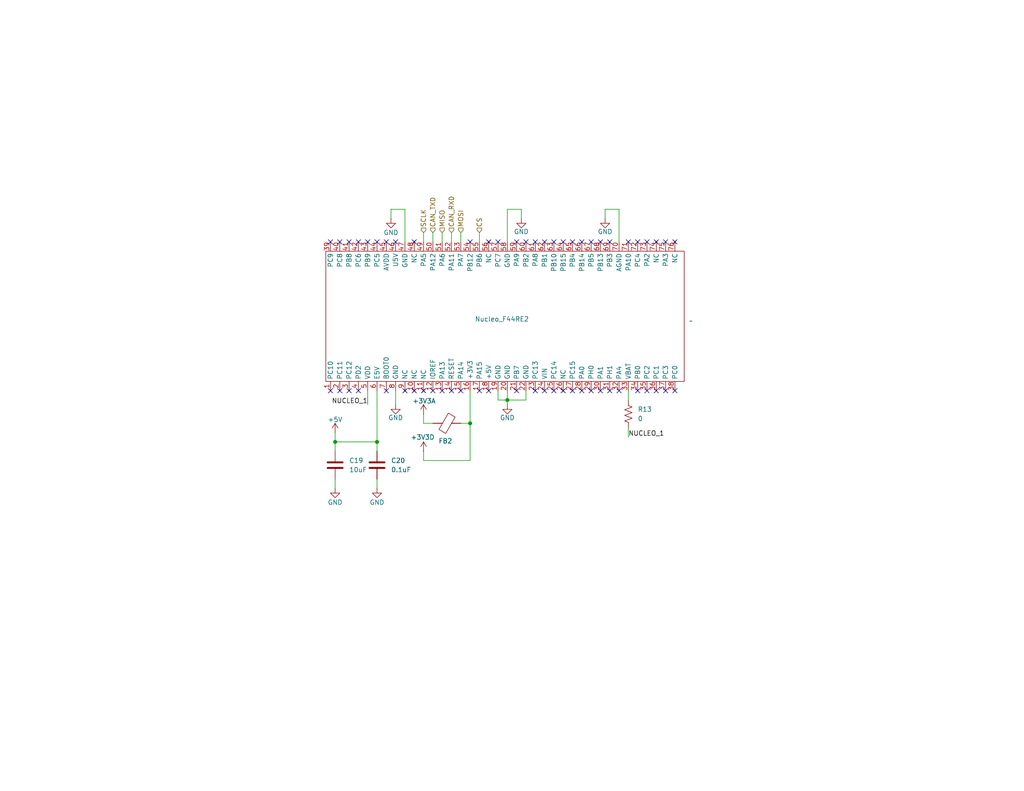
<source format=kicad_sch>
(kicad_sch (version 20250114) (generator "eeschema") (generator_version "9.0")
  (paper "USLetter")
  (title_block (title "Nucleo F446RE (Joule Meter)") (date "10/17/2025") (rev "10/17/2025") (company "by Sergio Gonzalez") (comment 1 "University of California, Los Angeles") (comment 2 "Bruin SuperMiliage Vehicle"))
  (lib_symbols
    (symbol "Device:C" (pin_numbers (hide yes)) (pin_names (offset 0.254))
      (property "Reference" "C" (at 0.635 2.54 0))
      (property "Value" "C" (at 0.635 -2.54 0))
      (symbol "C_0_1"
        (polyline (pts (xy -2.032 0.762) (xy 2.032 0.762)) (stroke (width 0.508)))
        (polyline (pts (xy -2.032 -0.762) (xy 2.032 -0.762)) (stroke (width 0.508)))
      )
      (symbol "C_1_1"
        (pin passive line (at 0 3.81 270) (length 2.794) (name "~") (number "1"))
        (pin passive line (at 0 -3.81 90) (length 2.794) (name "~") (number "2"))
      )
    )
    (symbol "Device:FerriteBead" (pin_numbers (hide yes)) (pin_names (offset 0))
      (property "Reference" "FB" (at -3.81 0.635 90))
      (property "Value" "FerriteBead" (at 3.81 0 90))
      (symbol "FerriteBead_0_1"
        (polyline (pts (xy -2.7686 0.4064) (xy -1.7018 2.2606) (xy 2.7686 -0.3048) (xy 1.6764 -2.159) (xy -2.7686 0.4064)))
        (polyline (pts (xy 0 1.27) (xy 0 1.2954)))
        (polyline (pts (xy 0 -1.27) (xy 0 -1.2192)))
      )
      (symbol "FerriteBead_1_1"
        (pin passive line (at 0 3.81 270) (length 2.54) (name "~") (number "1"))
        (pin passive line (at 0 -3.81 90) (length 2.54) (name "~") (number "2"))
      )
    )
    (symbol "Device:R_US" (pin_numbers (hide yes)) (pin_names (offset 0))
      (property "Reference" "R" (at 2.54 0 90))
      (property "Value" "R_US" (at -2.54 0 90))
      (symbol "R_US_0_1"
        (polyline (pts (xy 0 2.286) (xy 0 2.54)))
        (polyline (pts (xy 0 2.286) (xy 1.016 1.905) (xy 0 1.524) (xy -1.016 1.143) (xy 0 0.762)))
        (polyline (pts (xy 0 0.762) (xy 1.016 0.381) (xy 0 0) (xy -1.016 -0.381) (xy 0 -0.762)))
        (polyline (pts (xy 0 -0.762) (xy 1.016 -1.143) (xy 0 -1.524) (xy -1.016 -1.905) (xy 0 -2.286)))
        (polyline (pts (xy 0 -2.286) (xy 0 -2.54)))
      )
      (symbol "R_US_1_1"
        (pin passive line (at 0 3.81 270) (length 1.27) (name "~") (number "1"))
        (pin passive line (at 0 -3.81 90) (length 1.27) (name "~") (number "2"))
      )
    )
    (symbol "SMV_Custom:STM32_Nucleo_F446RE"
      (property "Reference" "U" (at 0 0 0))
      (symbol "STM32_Nucleo_F446RE_0_1"
        (rectangle (start -17.78 -1.27) (end 17.78 -99.06))
      )
      (symbol "STM32_Nucleo_F446RE_1_1"
        (pin bidirectional line (at -20.32 -2.54 0) (length 2.54) (name "PC10") (number "1"))
        (pin bidirectional line (at -20.32 -5.08 0) (length 2.54) (name "PC11") (number "2"))
        (pin bidirectional line (at -20.32 -7.62 0) (length 2.54) (name "PC12") (number "3"))
        (pin bidirectional line (at -20.32 -10.16 0) (length 2.54) (name "PD2") (number "4"))
        (pin power_in line (at -20.32 -12.7 0) (length 2.54) (name "VDD") (number "5"))
        (pin power_in line (at -20.32 -15.24 0) (length 2.54) (name "E5V") (number "6"))
        (pin input line (at -20.32 -17.78 0) (length 2.54) (name "BOOT0") (number "7"))
        (pin power_in line (at -20.32 -20.32 0) (length 2.54) (name "GND") (number "8"))
        (pin no_connect line (at -20.32 -22.86 0) (length 2.54) (name "NC") (number "9"))
        (pin no_connect line (at -20.32 -25.4 0) (length 2.54) (name "NC") (number "10"))
        (pin no_connect line (at -20.32 -27.94 0) (length 2.54) (name "NC") (number "11"))
        (pin input line (at -20.32 -30.48 0) (length 2.54) (name "IOREF") (number "12"))
        (pin bidirectional line (at -20.32 -33.02 0) (length 2.54) (name "PA13") (number "13"))
        (pin input line (at -20.32 -35.56 0) (length 2.54) (name "RESET") (number "14"))
        (pin bidirectional line (at -20.32 -38.1 0) (length 2.54) (name "PA14") (number "15"))
        (pin power_in line (at -20.32 -40.64 0) (length 2.54) (name "+3V3") (number "16"))
        (pin bidirectional line (at -20.32 -43.18 0) (length 2.54) (name "PA15") (number "17"))
        (pin power_in line (at -20.32 -45.72 0) (length 2.54) (name "+5V") (number "18"))
        (pin power_in line (at -20.32 -48.26 0) (length 2.54) (name "GND") (number "19"))
        (pin power_in line (at -20.32 -50.8 0) (length 2.54) (name "GND") (number "20"))
        (pin bidirectional line (at -20.32 -53.34 0) (length 2.54) (name "PB7") (number "21"))
        (pin power_in line (at -20.32 -55.88 0) (length 2.54) (name "GND") (number "22"))
        (pin bidirectional line (at -20.32 -58.42 0) (length 2.54) (name "PC13") (number "23"))
        (pin power_in line (at -20.32 -60.96 0) (length 2.54) (name "VIN") (number "24"))
        (pin bidirectional line (at -20.32 -63.5 0) (length 2.54) (name "PC14") (number "25"))
        (pin no_connect line (at -20.32 -66.04 0) (length 2.54) (name "NC") (number "26"))
        (pin bidirectional line (at -20.32 -68.58 0) (length 2.54) (name "PC15") (number "27"))
        (pin bidirectional line (at -20.32 -71.12 0) (length 2.54) (name "PA0") (number "28"))
        (pin bidirectional line (at -20.32 -73.66 0) (length 2.54) (name "PH0") (number "29"))
        (pin bidirectional line (at -20.32 -76.2 0) (length 2.54) (name "PA1") (number "30"))
        (pin bidirectional line (at -20.32 -78.74 0) (length 2.54) (name "PH1") (number "31"))
        (pin bidirectional line (at -20.32 -81.28 0) (length 2.54) (name "PA4") (number "32"))
        (pin power_in line (at -20.32 -83.82 0) (length 2.54) (name "VBAT") (number "33"))
        (pin bidirectional line (at -20.32 -86.36 0) (length 2.54) (name "PB0") (number "34"))
        (pin bidirectional line (at -20.32 -88.9 0) (length 2.54) (name "PC2") (number "35"))
        (pin bidirectional line (at -20.32 -91.44 0) (length 2.54) (name "PC1") (number "36"))
        (pin bidirectional line (at -20.32 -93.98 0) (length 2.54) (name "PC3") (number "37"))
        (pin bidirectional line (at -20.32 -96.52 0) (length 2.54) (name "PC0") (number "38"))
        (pin bidirectional line (at 20.32 -2.54 180) (length 2.54) (name "PC9") (number "39"))
        (pin bidirectional line (at 20.32 -5.08 180) (length 2.54) (name "PC8") (number "40"))
        (pin bidirectional line (at 20.32 -7.62 180) (length 2.54) (name "PB8") (number "41"))
        (pin bidirectional line (at 20.32 -10.16 180) (length 2.54) (name "PC6") (number "42"))
        (pin bidirectional line (at 20.32 -12.7 180) (length 2.54) (name "PB9") (number "43"))
        (pin bidirectional line (at 20.32 -15.24 180) (length 2.54) (name "PC5") (number "44"))
        (pin power_in line (at 20.32 -17.78 180) (length 2.54) (name "AVDD") (number "45"))
        (pin power_in line (at 20.32 -20.32 180) (length 2.54) (name "U5V") (number "46"))
        (pin power_in line (at 20.32 -22.86 180) (length 2.54) (name "GND") (number "47"))
        (pin no_connect line (at 20.32 -25.4 180) (length 2.54) (name "NC") (number "48"))
        (pin bidirectional line (at 20.32 -27.94 180) (length 2.54) (name "PA5") (number "49"))
        (pin bidirectional line (at 20.32 -30.48 180) (length 2.54) (name "PA12") (number "50"))
        (pin bidirectional line (at 20.32 -33.02 180) (length 2.54) (name "PA6") (number "51"))
        (pin bidirectional line (at 20.32 -35.56 180) (length 2.54) (name "PA11") (number "52"))
        (pin bidirectional line (at 20.32 -38.1 180) (length 2.54) (name "PA7") (number "53"))
        (pin bidirectional line (at 20.32 -40.64 180) (length 2.54) (name "PB12") (number "54"))
        (pin bidirectional line (at 20.32 -43.18 180) (length 2.54) (name "PB6") (number "55"))
        (pin no_connect line (at 20.32 -45.72 180) (length 2.54) (name "NC") (number "56"))
        (pin bidirectional line (at 20.32 -48.26 180) (length 2.54) (name "PC7") (number "57"))
        (pin power_in line (at 20.32 -50.8 180) (length 2.54) (name "GND") (number "58"))
        (pin bidirectional line (at 20.32 -53.34 180) (length 2.54) (name "PA9") (number "59"))
        (pin bidirectional line (at 20.32 -55.88 180) (length 2.54) (name "PB2") (number "60"))
        (pin bidirectional line (at 20.32 -58.42 180) (length 2.54) (name "PA8") (number "61"))
        (pin bidirectional line (at 20.32 -60.96 180) (length 2.54) (name "PB1") (number "62"))
        (pin bidirectional line (at 20.32 -63.5 180) (length 2.54) (name "PB10") (number "63"))
        (pin bidirectional line (at 20.32 -66.04 180) (length 2.54) (name "PB15") (number "64"))
        (pin bidirectional line (at 20.32 -68.58 180) (length 2.54) (name "PB4") (number "65"))
        (pin bidirectional line (at 20.32 -71.12 180) (length 2.54) (name "PB14") (number "66"))
        (pin bidirectional line (at 20.32 -73.66 180) (length 2.54) (name "PB5") (number "67"))
        (pin bidirectional line (at 20.32 -76.2 180) (length 2.54) (name "PB13") (number "68"))
        (pin bidirectional line (at 20.32 -78.74 180) (length 2.54) (name "PB3") (number "69"))
        (pin power_in line (at 20.32 -81.28 180) (length 2.54) (name "AGND") (number "70"))
        (pin bidirectional line (at 20.32 -83.82 180) (length 2.54) (name "PA10") (number "71"))
        (pin bidirectional line (at 20.32 -86.36 180) (length 2.54) (name "PC4") (number "72"))
        (pin bidirectional line (at 20.32 -88.9 180) (length 2.54) (name "PA2") (number "73"))
        (pin no_connect line (at 20.32 -91.44 180) (length 2.54) (name "NC") (number "74"))
        (pin bidirectional line (at 20.32 -93.98 180) (length 2.54) (name "PA3") (number "75"))
        (pin no_connect line (at 20.32 -96.52 180) (length 2.54) (name "NC") (number "76"))
      )
    )
    (symbol "power:+3.3V" (power) (pin_numbers (hide yes)) (pin_names (offset 0) (hide yes))
      (property "Value" "+3.3V" (at 0 3.556 0))
      (symbol "+3.3V_0_1"
        (polyline (pts (xy -0.762 1.27) (xy 0 2.54)))
        (polyline (pts (xy 0 2.54) (xy 0.762 1.27)))
        (polyline (pts (xy 0 0) (xy 0 2.54)))
      )
      (symbol "+3.3V_1_1"
        (pin power_in line (at 0 0 90) (length 0) (name "~") (number "1"))
      )
    )
    (symbol "power:+5V" (power) (pin_numbers (hide yes)) (pin_names (offset 0) (hide yes))
      (property "Value" "+5V" (at 0 3.556 0))
      (symbol "+5V_0_1"
        (polyline (pts (xy -0.762 1.27) (xy 0 2.54)))
        (polyline (pts (xy 0 2.54) (xy 0.762 1.27)))
        (polyline (pts (xy 0 0) (xy 0 2.54)))
      )
      (symbol "+5V_1_1"
        (pin power_in line (at 0 0 90) (length 0) (name "~") (number "1"))
      )
    )
    (symbol "power:GND" (power) (pin_numbers (hide yes)) (pin_names (offset 0) (hide yes))
      (property "Value" "GND" (at 0 -3.81 0))
      (symbol "GND_0_1"
        (polyline (pts (xy 0 0) (xy 0 -1.27) (xy 1.27 -1.27) (xy 0 -2.54) (xy -1.27 -1.27) (xy 0 -1.27)))
      )
      (symbol "GND_1_1"
        (pin power_in line (at 0 0 270) (length 0) (name "~") (number "1"))
      )
    )
  )
  (junction (at 128.27 115.57))
  (junction (at 91.44 120.65))
  (junction (at 102.87 120.65))
  (junction (at 138.43 109.22))
  (no_connect (at 166.37 66.04))
  (no_connect (at 184.15 106.68))
  (no_connect (at 110.49 106.68))
  (no_connect (at 156.21 106.68))
  (no_connect (at 97.79 66.04))
  (no_connect (at 95.25 106.68))
  (no_connect (at 133.35 66.04))
  (no_connect (at 173.99 66.04))
  (no_connect (at 123.19 106.68))
  (no_connect (at 102.87 66.04))
  (no_connect (at 163.83 106.68))
  (no_connect (at 90.17 106.68))
  (no_connect (at 105.41 106.68))
  (no_connect (at 148.59 66.04))
  (no_connect (at 100.33 66.04))
  (no_connect (at 92.71 66.04))
  (no_connect (at 120.65 106.68))
  (no_connect (at 125.73 106.68))
  (no_connect (at 113.03 66.04))
  (no_connect (at 151.13 106.68))
  (no_connect (at 173.99 106.68))
  (no_connect (at 168.91 106.68))
  (no_connect (at 181.61 106.68))
  (no_connect (at 105.41 66.04))
  (no_connect (at 153.67 66.04))
  (no_connect (at 133.35 106.68))
  (no_connect (at 156.21 66.04))
  (no_connect (at 184.15 66.04))
  (no_connect (at 158.75 106.68))
  (no_connect (at 146.05 106.68))
  (no_connect (at 107.95 66.04))
  (no_connect (at 113.03 106.68))
  (no_connect (at 181.61 66.04))
  (no_connect (at 171.45 66.04))
  (no_connect (at 115.57 106.68))
  (no_connect (at 130.81 106.68))
  (no_connect (at 140.97 106.68))
  (no_connect (at 179.07 106.68))
  (no_connect (at 140.97 66.04))
  (no_connect (at 151.13 66.04))
  (no_connect (at 97.79 106.68))
  (no_connect (at 118.11 106.68))
  (no_connect (at 135.89 66.04))
  (no_connect (at 161.29 106.68))
  (no_connect (at 163.83 66.04))
  (no_connect (at 90.17 66.04))
  (no_connect (at 148.59 106.68))
  (no_connect (at 158.75 66.04))
  (no_connect (at 153.67 106.68))
  (no_connect (at 176.53 66.04))
  (no_connect (at 161.29 66.04))
  (no_connect (at 143.51 66.04))
  (no_connect (at 146.05 66.04))
  (no_connect (at 92.71 106.68))
  (no_connect (at 166.37 106.68))
  (no_connect (at 95.25 66.04))
  (no_connect (at 128.27 66.04))
  (no_connect (at 176.53 106.68))
  (no_connect (at 179.07 66.04))
  (wire (pts (xy 138.43 106.68) (xy 138.43 109.22)))
  (wire (pts (xy 168.91 57.15) (xy 165.1 57.15)))
  (wire (pts (xy 171.45 106.68) (xy 171.45 109.22)))
  (wire (pts (xy 102.87 120.65) (xy 102.87 123.19)))
  (wire (pts (xy 125.73 115.57) (xy 128.27 115.57)))
  (wire (pts (xy 115.57 123.19) (xy 115.57 125.73)))
  (wire (pts (xy 91.44 118.11) (xy 91.44 120.65)))
  (wire (pts (xy 138.43 109.22) (xy 138.43 110.49)))
  (wire (pts (xy 123.19 63.5) (xy 123.19 66.04)))
  (wire (pts (xy 91.44 130.81) (xy 91.44 133.35)))
  (wire (pts (xy 118.11 63.5) (xy 118.11 66.04)))
  (wire (pts (xy 110.49 57.15) (xy 106.68 57.15)))
  (wire (pts (xy 102.87 106.68) (xy 102.87 120.65)))
  (wire (pts (xy 106.68 57.15) (xy 106.68 59.69)))
  (wire (pts (xy 128.27 106.68) (xy 128.27 115.57)))
  (wire (pts (xy 115.57 63.5) (xy 115.57 66.04)))
  (wire (pts (xy 135.89 109.22) (xy 138.43 109.22)))
  (wire (pts (xy 138.43 109.22) (xy 143.51 109.22)))
  (wire (pts (xy 100.33 106.68) (xy 100.33 110.49)))
  (wire (pts (xy 120.65 63.5) (xy 120.65 66.04)))
  (wire (pts (xy 91.44 120.65) (xy 102.87 120.65)))
  (wire (pts (xy 138.43 57.15) (xy 138.43 66.04)))
  (wire (pts (xy 171.45 116.84) (xy 171.45 119.38)))
  (wire (pts (xy 128.27 125.73) (xy 115.57 125.73)))
  (wire (pts (xy 168.91 66.04) (xy 168.91 57.15)))
  (wire (pts (xy 142.24 57.15) (xy 142.24 59.69)))
  (wire (pts (xy 143.51 109.22) (xy 143.51 106.68)))
  (wire (pts (xy 135.89 106.68) (xy 135.89 109.22)))
  (wire (pts (xy 107.95 106.68) (xy 107.95 110.49)))
  (wire (pts (xy 138.43 57.15) (xy 142.24 57.15)))
  (wire (pts (xy 128.27 115.57) (xy 128.27 125.73)))
  (wire (pts (xy 110.49 57.15) (xy 110.49 66.04)))
  (wire (pts (xy 165.1 57.15) (xy 165.1 59.69)))
  (wire (pts (xy 91.44 120.65) (xy 91.44 123.19)))
  (wire (pts (xy 115.57 113.03) (xy 115.57 115.57)))
  (wire (pts (xy 118.11 115.57) (xy 115.57 115.57)))
  (wire (pts (xy 102.87 130.81) (xy 102.87 133.35)))
  (wire (pts (xy 130.81 63.5) (xy 130.81 66.04)))
  (wire (pts (xy 125.73 63.5) (xy 125.73 66.04)))
  (label "NUCLEO_1" (at 100.33 110.49 180))
  (label "NUCLEO_1" (at 171.45 119.38 0))
  (hierarchical_label "MOSI" (shape input) (at 125.73 63.5 90))
  (hierarchical_label "MISO" (shape input) (at 120.65 63.5 90))
  (hierarchical_label "CAN_TXD" (shape input) (at 118.11 63.5 90))
  (hierarchical_label "SCLK" (shape input) (at 115.57 63.5 90))
  (hierarchical_label "CAN_RXD" (shape input) (at 123.19 63.5 90))
  (hierarchical_label "CS" (shape input) (at 130.81 63.5 90))
  (symbol (lib_id "power:GND") (at 165.1 59.69 0) (unit 1)
    (property "Reference" "#PWR039" (effects (hide yes)))
    (property "Value" "GND" (at 165.1 63.246 0))
    (property "Description" "Power symbol creates a global label with name \"GND\" , ground" (effects (hide yes)))
  )
  (symbol (lib_id "power:GND") (at 107.95 110.49 0) (unit 1)
    (property "Reference" "#PWR016" (effects (hide yes)))
    (property "Value" "GND" (at 107.95 114.046 0))
    (property "Description" "Power symbol creates a global label with name \"GND\" , ground" (effects (hide yes)))
  )
  (symbol (lib_id "SMV_Custom:STM32_Nucleo_F446RE") (at 87.63 86.36 90) (unit 1)
    (property "Reference" "Nucleo_F44RE2" (at 129.54 87.122 90) (effects (justify right)))
    (property "Value" "~" (at 187.96 87.63 90) (effects (justify right)))
  )
  (symbol (lib_id "power:GND") (at 91.44 133.35 0) (unit 1)
    (property "Reference" "#PWR09" (effects (hide yes)))
    (property "Value" "GND" (at 91.44 137.16 0))
    (property "Description" "Power symbol creates a global label with name \"GND\" , ground" (effects (hide yes)))
  )
  (symbol (lib_id "power:+5V") (at 91.44 118.11 0) (unit 1)
    (property "Reference" "#PWR04" (effects (hide yes)))
    (property "Value" "+5V" (at 91.44 114.554 0))
    (property "Description" "Power symbol creates a global label with name \"+5V\"" (effects (hide yes)))
  )
  (symbol (lib_id "power:GND") (at 102.87 133.35 0) (unit 1)
    (property "Reference" "#PWR010" (effects (hide yes)))
    (property "Value" "GND" (at 102.87 137.16 0))
    (property "Description" "Power symbol creates a global label with name \"GND\" , ground" (effects (hide yes)))
  )
  (symbol (lib_id "Device:C") (at 102.87 127 0) (unit 1)
    (property "Reference" "C20" (at 106.68 125.7299 0) (effects (justify left)))
    (property "Value" "0.1uF" (at 106.68 128.2699 0) (effects (justify left)))
    (property "Description" "Unpolarized capacitor" (effects (hide yes)))
  )
  (symbol (lib_id "Device:C") (at 91.44 127 0) (unit 1)
    (property "Reference" "C19" (at 95.25 125.7299 0) (effects (justify left)))
    (property "Value" "10uF" (at 95.25 128.2699 0) (effects (justify left)))
    (property "Description" "Unpolarized capacitor" (effects (hide yes)))
  )
  (symbol (lib_id "Device:R_US") (at 171.45 113.03 0) (unit 1)
    (property "Reference" "R13" (at 173.99 111.7599 0) (effects (justify left)))
    (property "Value" "0" (at 173.99 114.2999 0) (effects (justify left)))
    (property "Description" "Resistor, US symbol" (effects (hide yes)))
  )
  (symbol (lib_id "power:+3.3V") (at 115.57 113.03 0) (unit 1)
    (property "Reference" "#PWR017" (effects (hide yes)))
    (property "Value" "+3V3A" (at 112.522 109.474 0) (effects (justify left)))
    (property "Description" "Power symbol creates a global label with name \"+3.3V\"" (effects (hide yes)))
  )
  (symbol (lib_id "power:GND") (at 138.43 110.49 0) (unit 1)
    (property "Reference" "#PWR038" (effects (hide yes)))
    (property "Value" "GND" (at 138.43 114.046 0))
    (property "Description" "Power symbol creates a global label with name \"GND\" , ground" (effects (hide yes)))
  )
  (symbol (lib_id "power:GND") (at 106.68 59.69 0) (unit 1)
    (property "Reference" "#PWR011" (effects (hide yes)))
    (property "Value" "GND" (at 106.68 63.5 0))
    (property "Description" "Power symbol creates a global label with name \"GND\" , ground" (effects (hide yes)))
  )
  (symbol (lib_id "power:+3.3V") (at 115.57 123.19 0) (unit 1)
    (property "Reference" "#PWR040" (effects (hide yes)))
    (property "Value" "+3V3D" (at 115.316 119.38 0))
    (property "Description" "Power symbol creates a global label with name \"+3.3V\"" (effects (hide yes)))
  )
  (symbol (lib_id "Device:FerriteBead") (at 121.92 115.57 270) (unit 1)
    (property "Reference" "BLM18AG102SN1D2" (effects (hide yes)))
    (property "Value" "FB2" (at 119.634 120.396 90) (effects (justify left)))
    (property "Description" "Ferrite bead" (effects (hide yes)))
  )
  (symbol (lib_id "power:GND") (at 142.24 59.69 0) (unit 1)
    (property "Reference" "#PWR037" (effects (hide yes)))
    (property "Value" "GND" (at 142.24 63.246 0))
    (property "Description" "Power symbol creates a global label with name \"GND\" , ground" (effects (hide yes)))
  )
)
</source>
